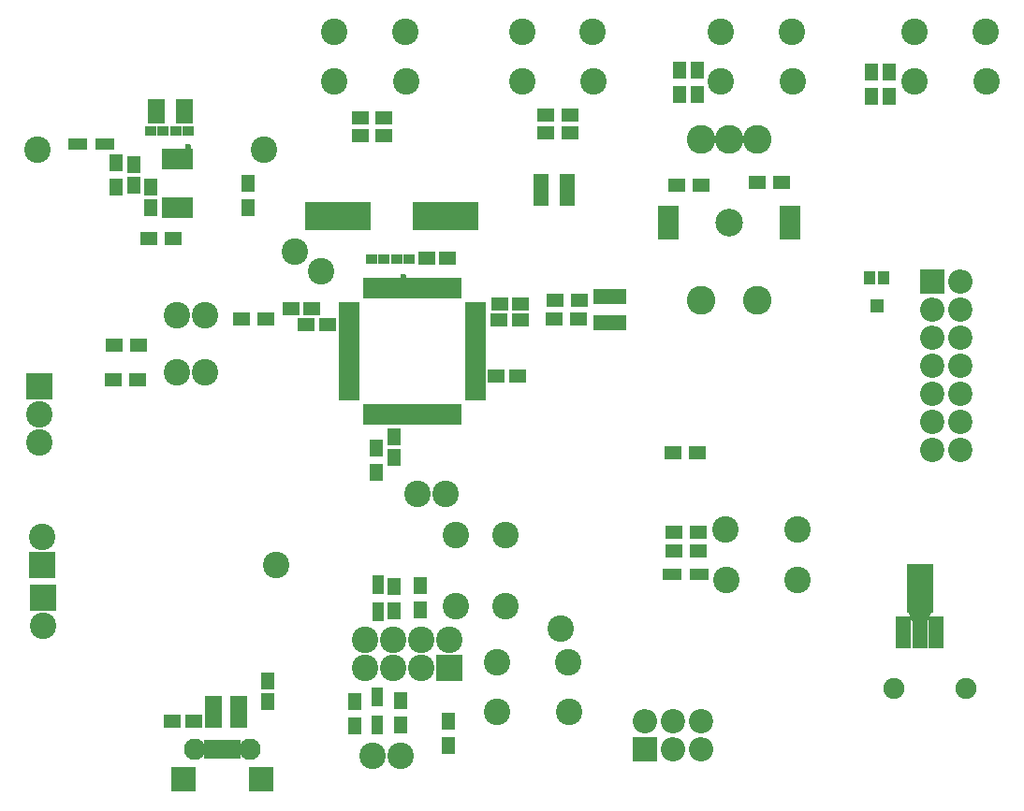
<source format=gbs>
G04 #@! TF.FileFunction,Soldermask,Bot*
%FSLAX46Y46*%
G04 Gerber Fmt 4.6, Leading zero omitted, Abs format (unit mm)*
G04 Created by KiCad (PCBNEW 4.0.4+dfsg1-stable) date Tue Mar  7 15:21:03 2017*
%MOMM*%
%LPD*%
G01*
G04 APERTURE LIST*
%ADD10C,0.100000*%
%ADD11C,2.400000*%
%ADD12R,1.900000X0.950000*%
%ADD13R,0.950000X1.900000*%
%ADD14R,1.600000X1.150000*%
%ADD15R,1.000000X0.900000*%
%ADD16R,1.150000X1.600000*%
%ADD17R,1.700000X1.000000*%
%ADD18R,2.200000X2.200000*%
%ADD19O,2.200000X2.200000*%
%ADD20C,2.200000*%
%ADD21R,1.100000X1.400000*%
%ADD22R,1.400000X1.100000*%
%ADD23R,1.600000X1.000000*%
%ADD24C,1.900000*%
%ADD25R,2.400000X2.400000*%
%ADD26R,1.400760X2.901900*%
%ADD27R,2.398980X4.400500*%
%ADD28R,1.600000X1.300000*%
%ADD29R,1.300000X1.600000*%
%ADD30R,1.100000X1.300000*%
%ADD31R,1.300000X1.300000*%
%ADD32C,2.500000*%
%ADD33C,2.600000*%
%ADD34R,1.950000X3.050000*%
%ADD35R,0.850000X1.850000*%
%ADD36R,6.000700X2.500580*%
%ADD37R,1.600000X2.300000*%
%ADD38C,0.600000*%
%ADD39R,1.000000X1.700000*%
%ADD40R,0.800000X1.750000*%
%ADD41C,1.950000*%
%ADD42R,2.300000X2.300000*%
G04 APERTURE END LIST*
D10*
D11*
X42752100Y19248800D03*
X42752100Y25751200D03*
X47247900Y19325000D03*
X47247900Y25751200D03*
D12*
X44536900Y46380100D03*
X44536900Y45580100D03*
X44536900Y44780100D03*
X44536900Y43980100D03*
X44536900Y43180100D03*
X44536900Y42380100D03*
X44536900Y41580100D03*
X44536900Y40780100D03*
X44536900Y39980100D03*
X44536900Y39180100D03*
X44536900Y38380100D03*
D13*
X42836900Y36680100D03*
X42036900Y36680100D03*
X41236900Y36680100D03*
X40436900Y36680100D03*
X39636900Y36680100D03*
X38836900Y36680100D03*
X38036900Y36680100D03*
X37236900Y36680100D03*
X36436900Y36680100D03*
X35636900Y36680100D03*
X34836900Y36680100D03*
D12*
X33136900Y38380100D03*
X33136900Y39180100D03*
X33136900Y39980100D03*
X33136900Y40780100D03*
X33136900Y41580100D03*
X33136900Y42380100D03*
X33136900Y43180100D03*
X33136900Y43980100D03*
X33136900Y44780100D03*
X33136900Y45580100D03*
X33136900Y46380100D03*
D13*
X34836900Y48080100D03*
X35636900Y48080100D03*
X36436900Y48080100D03*
X37236900Y48080100D03*
X38036900Y48080100D03*
X38836900Y48080100D03*
X39636900Y48080100D03*
X40436900Y48080100D03*
X41236900Y48080100D03*
X42036900Y48080100D03*
X42836900Y48080100D03*
D11*
X4950000Y60600000D03*
X25450000Y60600000D03*
D14*
X46700000Y45200000D03*
X48600000Y45200000D03*
X46750000Y46600000D03*
X48650000Y46600000D03*
X29750000Y46200000D03*
X27850000Y46200000D03*
X31150000Y44800000D03*
X29250000Y44800000D03*
D15*
X36250000Y50700000D03*
X35150000Y50700000D03*
X37450000Y50700000D03*
X38550000Y50700000D03*
D16*
X37200000Y34650000D03*
X37200000Y32750000D03*
D14*
X46450000Y40100000D03*
X48350000Y40100000D03*
X40150000Y50800000D03*
X42050000Y50800000D03*
X17150000Y8900000D03*
X19050000Y8900000D03*
D16*
X13650000Y59250000D03*
X13650000Y57350000D03*
X15150000Y55350000D03*
X15150000Y57250000D03*
D15*
X17500000Y62300000D03*
X18600000Y62300000D03*
X16300000Y62300000D03*
X15200000Y62300000D03*
D11*
X17580000Y40450000D03*
X20120000Y40450000D03*
X17530000Y45650000D03*
X20070000Y45650000D03*
X39280000Y29450000D03*
X41820000Y29450000D03*
D17*
X11050000Y61100000D03*
X8550000Y61100000D03*
D18*
X85850000Y48650000D03*
D19*
X88390000Y48650000D03*
X85850000Y46110000D03*
D20*
X88390000Y46110000D03*
D19*
X85850000Y43570000D03*
D20*
X88390000Y43570000D03*
X85850000Y41030000D03*
X88390000Y41030000D03*
X85850000Y38490000D03*
X88390000Y38490000D03*
X85850000Y35950000D03*
X88390000Y35950000D03*
X85850000Y33410000D03*
X88390000Y33410000D03*
D21*
X57650000Y44950000D03*
X56700000Y44950000D03*
X55750000Y44950000D03*
X55750000Y47350000D03*
X56700000Y47350000D03*
X57650000Y47350000D03*
D22*
X52850000Y57900000D03*
X52850000Y56950000D03*
X52850000Y56000000D03*
X50450000Y56000000D03*
X50450000Y56950000D03*
X50450000Y57900000D03*
D23*
X20850000Y8750000D03*
X20850000Y9700000D03*
X20850000Y10650000D03*
X23150000Y10650000D03*
X23150000Y9700000D03*
X23150000Y8750000D03*
D24*
X82400000Y11850000D03*
X88900000Y11850000D03*
D18*
X59900000Y6300000D03*
D19*
X59900000Y8840000D03*
X62440000Y6300000D03*
D20*
X62440000Y8840000D03*
D19*
X64980000Y6300000D03*
D20*
X64980000Y8840000D03*
D25*
X5350000Y23050000D03*
D11*
X5350000Y25590000D03*
D25*
X5400000Y20050000D03*
D11*
X5400000Y17510000D03*
D26*
X86251140Y16947960D03*
X84750000Y16947960D03*
X83248860Y16947960D03*
D27*
X84750000Y20900200D03*
D10*
G36*
X84049620Y17976050D02*
X83549240Y19125350D01*
X85950760Y19125350D01*
X85450380Y17976050D01*
X84049620Y17976050D01*
X84049620Y17976050D01*
G37*
D28*
X51650000Y45250000D03*
X53850000Y45250000D03*
X70050000Y57650000D03*
X72250000Y57650000D03*
D29*
X80400000Y65400000D03*
X80400000Y67600000D03*
X63000000Y65600000D03*
X63000000Y67800000D03*
D28*
X64700000Y24300000D03*
X62500000Y24300000D03*
D29*
X82000000Y65400000D03*
X82000000Y67600000D03*
X64600000Y65600000D03*
X64600000Y67800000D03*
D28*
X64700000Y25950000D03*
X62500000Y25950000D03*
X62750000Y57350000D03*
X64950000Y57350000D03*
X34100000Y61900000D03*
X36300000Y61900000D03*
X50900000Y62100000D03*
X53100000Y62100000D03*
X53950000Y47000000D03*
X51750000Y47000000D03*
X34100000Y63500000D03*
X36300000Y63500000D03*
X50900000Y63700000D03*
X53100000Y63700000D03*
X11800000Y39750000D03*
X14000000Y39750000D03*
X11850000Y42900000D03*
X14050000Y42900000D03*
X25600000Y45250000D03*
X23400000Y45250000D03*
D29*
X24000000Y55400000D03*
X24000000Y57600000D03*
X35550000Y33600000D03*
X35550000Y31400000D03*
D28*
X64600000Y33150000D03*
X62400000Y33150000D03*
D29*
X37200000Y21100000D03*
X37200000Y18900000D03*
X39550000Y21150000D03*
X39550000Y18950000D03*
X12050000Y57200000D03*
X12050000Y59400000D03*
D28*
X15000000Y52550000D03*
X17200000Y52550000D03*
D29*
X37750000Y8550000D03*
X37750000Y10750000D03*
X33650000Y10650000D03*
X33650000Y8450000D03*
D30*
X80200000Y49000000D03*
D31*
X80850000Y46500000D03*
D30*
X81500000Y49000000D03*
D32*
X67500000Y54000000D03*
D33*
X67500000Y61500000D03*
X70000000Y61500000D03*
X65000000Y61500000D03*
X70000000Y47000000D03*
X65000000Y47000000D03*
D34*
X73025000Y54000000D03*
X61975000Y54000000D03*
D25*
X42200000Y13700000D03*
D11*
X42200000Y16240000D03*
X39660000Y13700000D03*
X39660000Y16240000D03*
X37120000Y13700000D03*
X37120000Y16240000D03*
X34580000Y13700000D03*
X34580000Y16240000D03*
D35*
X16575000Y59800000D03*
X17225000Y59800000D03*
X17875000Y59800000D03*
X18525000Y59800000D03*
X18525000Y55400000D03*
X17875000Y55400000D03*
X17225000Y55400000D03*
X16575000Y55400000D03*
D36*
X32151140Y54600000D03*
X41848860Y54600000D03*
D37*
X15700000Y64100000D03*
X18200000Y64100000D03*
D16*
X25800000Y10650000D03*
X25800000Y12550000D03*
D38*
X38000000Y49100000D03*
X38000000Y49100000D03*
X18550000Y60900000D03*
X18550000Y60900000D03*
D17*
X64800000Y22200000D03*
X62300000Y22200000D03*
D39*
X35750000Y21250000D03*
X35750000Y18750000D03*
X35650000Y8550000D03*
X35650000Y11050000D03*
D11*
X52250000Y17250000D03*
X26550000Y23000000D03*
X35230000Y5750000D03*
X37770000Y5750000D03*
D29*
X42100000Y8850000D03*
X42100000Y6650000D03*
D25*
X5100000Y39150000D03*
D11*
X5100000Y36610000D03*
X5100000Y34070000D03*
X90751200Y66752100D03*
X84248800Y66752100D03*
X90675000Y71247900D03*
X84248800Y71247900D03*
X73251200Y66752100D03*
X66748800Y66752100D03*
X73175000Y71247900D03*
X66748800Y71247900D03*
X55251200Y66752100D03*
X48748800Y66752100D03*
X55175000Y71247900D03*
X48748800Y71247900D03*
X38251200Y66752100D03*
X31748800Y66752100D03*
X38175000Y71247900D03*
X31748800Y71247900D03*
X67198800Y26197900D03*
X73701200Y26197900D03*
X67275000Y21702100D03*
X73701200Y21702100D03*
X53001200Y9752100D03*
X46498800Y9752100D03*
X52925000Y14247900D03*
X46498800Y14247900D03*
X28200000Y51400000D03*
X30600000Y49600000D03*
D40*
X21627080Y6347280D03*
X22277080Y6347280D03*
X22927080Y6347280D03*
X20977080Y6347280D03*
X20327080Y6347280D03*
D41*
X24127080Y6347280D03*
X19127080Y6347280D03*
D42*
X18127080Y3647280D03*
X25127080Y3647280D03*
M02*

</source>
